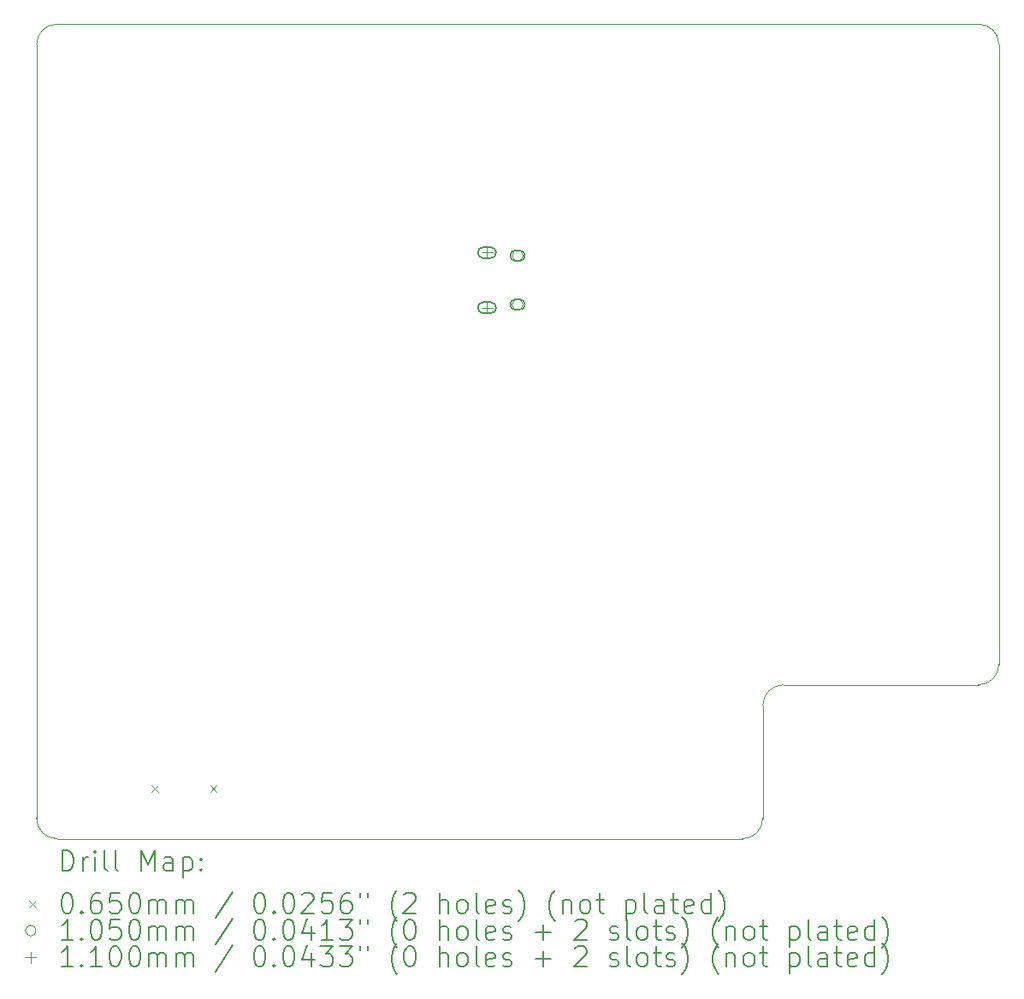
<source format=gbr>
%TF.GenerationSoftware,KiCad,Pcbnew,7.0.8*%
%TF.CreationDate,2023-12-17T13:50:11+01:00*%
%TF.ProjectId,ePaper_timetable,65506170-6572-45f7-9469-6d657461626c,rev?*%
%TF.SameCoordinates,Original*%
%TF.FileFunction,Drillmap*%
%TF.FilePolarity,Positive*%
%FSLAX45Y45*%
G04 Gerber Fmt 4.5, Leading zero omitted, Abs format (unit mm)*
G04 Created by KiCad (PCBNEW 7.0.8) date 2023-12-17 13:50:11*
%MOMM*%
%LPD*%
G01*
G04 APERTURE LIST*
%ADD10C,0.100000*%
%ADD11C,0.200000*%
%ADD12C,0.065000*%
%ADD13C,0.105000*%
%ADD14C,0.110000*%
G04 APERTURE END LIST*
D10*
X16256000Y-8140700D02*
X16256000Y-14274800D01*
X14122400Y-14478000D02*
G75*
G03*
X13919200Y-14681200I0J-203200D01*
G01*
X6934200Y-7937500D02*
G75*
G03*
X6731000Y-8140700I0J-203200D01*
G01*
X13716000Y-16002000D02*
G75*
G03*
X13919200Y-15798800I0J203200D01*
G01*
X16052800Y-14478000D02*
X14122400Y-14478000D01*
X16052800Y-14478000D02*
G75*
G03*
X16256000Y-14274800I0J203200D01*
G01*
X6731000Y-15798800D02*
X6731000Y-8140700D01*
X16256000Y-8140700D02*
G75*
G03*
X16052800Y-7937500I-203200J0D01*
G01*
X13919200Y-14681200D02*
X13919200Y-15798800D01*
X6934200Y-7937500D02*
X16052800Y-7937500D01*
X13716000Y-16002000D02*
X6934200Y-16002000D01*
X6731000Y-15798800D02*
G75*
G03*
X6934200Y-16002000I203200J0D01*
G01*
D11*
D12*
X7870000Y-15474500D02*
X7935000Y-15539500D01*
X7935000Y-15474500D02*
X7870000Y-15539500D01*
X8448000Y-15474500D02*
X8513000Y-15539500D01*
X8513000Y-15474500D02*
X8448000Y-15539500D01*
D13*
X11544500Y-10229900D02*
G75*
G03*
X11544500Y-10229900I-52500J0D01*
G01*
D11*
X11472000Y-10282400D02*
X11512000Y-10282400D01*
X11512000Y-10282400D02*
G75*
G03*
X11512000Y-10177400I0J52500D01*
G01*
X11512000Y-10177400D02*
X11472000Y-10177400D01*
X11472000Y-10177400D02*
G75*
G03*
X11472000Y-10282400I0J-52500D01*
G01*
D13*
X11544500Y-10714900D02*
G75*
G03*
X11544500Y-10714900I-52500J0D01*
G01*
D11*
X11472000Y-10767400D02*
X11512000Y-10767400D01*
X11512000Y-10767400D02*
G75*
G03*
X11512000Y-10662400I0J52500D01*
G01*
X11512000Y-10662400D02*
X11472000Y-10662400D01*
X11472000Y-10662400D02*
G75*
G03*
X11472000Y-10767400I0J-52500D01*
G01*
D14*
X11189000Y-10144900D02*
X11189000Y-10254900D01*
X11134000Y-10199900D02*
X11244000Y-10199900D01*
D11*
X11154000Y-10254900D02*
X11224000Y-10254900D01*
X11224000Y-10254900D02*
G75*
G03*
X11224000Y-10144900I0J55000D01*
G01*
X11224000Y-10144900D02*
X11154000Y-10144900D01*
X11154000Y-10144900D02*
G75*
G03*
X11154000Y-10254900I0J-55000D01*
G01*
D14*
X11189000Y-10689900D02*
X11189000Y-10799900D01*
X11134000Y-10744900D02*
X11244000Y-10744900D01*
D11*
X11154000Y-10799900D02*
X11224000Y-10799900D01*
X11224000Y-10799900D02*
G75*
G03*
X11224000Y-10689900I0J55000D01*
G01*
X11224000Y-10689900D02*
X11154000Y-10689900D01*
X11154000Y-10689900D02*
G75*
G03*
X11154000Y-10799900I0J-55000D01*
G01*
X6986777Y-16318484D02*
X6986777Y-16118484D01*
X6986777Y-16118484D02*
X7034396Y-16118484D01*
X7034396Y-16118484D02*
X7062967Y-16128008D01*
X7062967Y-16128008D02*
X7082015Y-16147055D01*
X7082015Y-16147055D02*
X7091539Y-16166103D01*
X7091539Y-16166103D02*
X7101062Y-16204198D01*
X7101062Y-16204198D02*
X7101062Y-16232769D01*
X7101062Y-16232769D02*
X7091539Y-16270865D01*
X7091539Y-16270865D02*
X7082015Y-16289912D01*
X7082015Y-16289912D02*
X7062967Y-16308960D01*
X7062967Y-16308960D02*
X7034396Y-16318484D01*
X7034396Y-16318484D02*
X6986777Y-16318484D01*
X7186777Y-16318484D02*
X7186777Y-16185150D01*
X7186777Y-16223246D02*
X7196301Y-16204198D01*
X7196301Y-16204198D02*
X7205824Y-16194674D01*
X7205824Y-16194674D02*
X7224872Y-16185150D01*
X7224872Y-16185150D02*
X7243920Y-16185150D01*
X7310586Y-16318484D02*
X7310586Y-16185150D01*
X7310586Y-16118484D02*
X7301062Y-16128008D01*
X7301062Y-16128008D02*
X7310586Y-16137531D01*
X7310586Y-16137531D02*
X7320110Y-16128008D01*
X7320110Y-16128008D02*
X7310586Y-16118484D01*
X7310586Y-16118484D02*
X7310586Y-16137531D01*
X7434396Y-16318484D02*
X7415348Y-16308960D01*
X7415348Y-16308960D02*
X7405824Y-16289912D01*
X7405824Y-16289912D02*
X7405824Y-16118484D01*
X7539158Y-16318484D02*
X7520110Y-16308960D01*
X7520110Y-16308960D02*
X7510586Y-16289912D01*
X7510586Y-16289912D02*
X7510586Y-16118484D01*
X7767729Y-16318484D02*
X7767729Y-16118484D01*
X7767729Y-16118484D02*
X7834396Y-16261341D01*
X7834396Y-16261341D02*
X7901062Y-16118484D01*
X7901062Y-16118484D02*
X7901062Y-16318484D01*
X8082015Y-16318484D02*
X8082015Y-16213722D01*
X8082015Y-16213722D02*
X8072491Y-16194674D01*
X8072491Y-16194674D02*
X8053443Y-16185150D01*
X8053443Y-16185150D02*
X8015348Y-16185150D01*
X8015348Y-16185150D02*
X7996301Y-16194674D01*
X8082015Y-16308960D02*
X8062967Y-16318484D01*
X8062967Y-16318484D02*
X8015348Y-16318484D01*
X8015348Y-16318484D02*
X7996301Y-16308960D01*
X7996301Y-16308960D02*
X7986777Y-16289912D01*
X7986777Y-16289912D02*
X7986777Y-16270865D01*
X7986777Y-16270865D02*
X7996301Y-16251817D01*
X7996301Y-16251817D02*
X8015348Y-16242293D01*
X8015348Y-16242293D02*
X8062967Y-16242293D01*
X8062967Y-16242293D02*
X8082015Y-16232769D01*
X8177253Y-16185150D02*
X8177253Y-16385150D01*
X8177253Y-16194674D02*
X8196301Y-16185150D01*
X8196301Y-16185150D02*
X8234396Y-16185150D01*
X8234396Y-16185150D02*
X8253443Y-16194674D01*
X8253443Y-16194674D02*
X8262967Y-16204198D01*
X8262967Y-16204198D02*
X8272491Y-16223246D01*
X8272491Y-16223246D02*
X8272491Y-16280388D01*
X8272491Y-16280388D02*
X8262967Y-16299436D01*
X8262967Y-16299436D02*
X8253443Y-16308960D01*
X8253443Y-16308960D02*
X8234396Y-16318484D01*
X8234396Y-16318484D02*
X8196301Y-16318484D01*
X8196301Y-16318484D02*
X8177253Y-16308960D01*
X8358205Y-16299436D02*
X8367729Y-16308960D01*
X8367729Y-16308960D02*
X8358205Y-16318484D01*
X8358205Y-16318484D02*
X8348682Y-16308960D01*
X8348682Y-16308960D02*
X8358205Y-16299436D01*
X8358205Y-16299436D02*
X8358205Y-16318484D01*
X8358205Y-16194674D02*
X8367729Y-16204198D01*
X8367729Y-16204198D02*
X8358205Y-16213722D01*
X8358205Y-16213722D02*
X8348682Y-16204198D01*
X8348682Y-16204198D02*
X8358205Y-16194674D01*
X8358205Y-16194674D02*
X8358205Y-16213722D01*
D12*
X6661000Y-16614500D02*
X6726000Y-16679500D01*
X6726000Y-16614500D02*
X6661000Y-16679500D01*
D11*
X7024872Y-16538484D02*
X7043920Y-16538484D01*
X7043920Y-16538484D02*
X7062967Y-16548008D01*
X7062967Y-16548008D02*
X7072491Y-16557531D01*
X7072491Y-16557531D02*
X7082015Y-16576579D01*
X7082015Y-16576579D02*
X7091539Y-16614674D01*
X7091539Y-16614674D02*
X7091539Y-16662293D01*
X7091539Y-16662293D02*
X7082015Y-16700388D01*
X7082015Y-16700388D02*
X7072491Y-16719436D01*
X7072491Y-16719436D02*
X7062967Y-16728960D01*
X7062967Y-16728960D02*
X7043920Y-16738484D01*
X7043920Y-16738484D02*
X7024872Y-16738484D01*
X7024872Y-16738484D02*
X7005824Y-16728960D01*
X7005824Y-16728960D02*
X6996301Y-16719436D01*
X6996301Y-16719436D02*
X6986777Y-16700388D01*
X6986777Y-16700388D02*
X6977253Y-16662293D01*
X6977253Y-16662293D02*
X6977253Y-16614674D01*
X6977253Y-16614674D02*
X6986777Y-16576579D01*
X6986777Y-16576579D02*
X6996301Y-16557531D01*
X6996301Y-16557531D02*
X7005824Y-16548008D01*
X7005824Y-16548008D02*
X7024872Y-16538484D01*
X7177253Y-16719436D02*
X7186777Y-16728960D01*
X7186777Y-16728960D02*
X7177253Y-16738484D01*
X7177253Y-16738484D02*
X7167729Y-16728960D01*
X7167729Y-16728960D02*
X7177253Y-16719436D01*
X7177253Y-16719436D02*
X7177253Y-16738484D01*
X7358205Y-16538484D02*
X7320110Y-16538484D01*
X7320110Y-16538484D02*
X7301062Y-16548008D01*
X7301062Y-16548008D02*
X7291539Y-16557531D01*
X7291539Y-16557531D02*
X7272491Y-16586103D01*
X7272491Y-16586103D02*
X7262967Y-16624198D01*
X7262967Y-16624198D02*
X7262967Y-16700388D01*
X7262967Y-16700388D02*
X7272491Y-16719436D01*
X7272491Y-16719436D02*
X7282015Y-16728960D01*
X7282015Y-16728960D02*
X7301062Y-16738484D01*
X7301062Y-16738484D02*
X7339158Y-16738484D01*
X7339158Y-16738484D02*
X7358205Y-16728960D01*
X7358205Y-16728960D02*
X7367729Y-16719436D01*
X7367729Y-16719436D02*
X7377253Y-16700388D01*
X7377253Y-16700388D02*
X7377253Y-16652769D01*
X7377253Y-16652769D02*
X7367729Y-16633722D01*
X7367729Y-16633722D02*
X7358205Y-16624198D01*
X7358205Y-16624198D02*
X7339158Y-16614674D01*
X7339158Y-16614674D02*
X7301062Y-16614674D01*
X7301062Y-16614674D02*
X7282015Y-16624198D01*
X7282015Y-16624198D02*
X7272491Y-16633722D01*
X7272491Y-16633722D02*
X7262967Y-16652769D01*
X7558205Y-16538484D02*
X7462967Y-16538484D01*
X7462967Y-16538484D02*
X7453443Y-16633722D01*
X7453443Y-16633722D02*
X7462967Y-16624198D01*
X7462967Y-16624198D02*
X7482015Y-16614674D01*
X7482015Y-16614674D02*
X7529634Y-16614674D01*
X7529634Y-16614674D02*
X7548682Y-16624198D01*
X7548682Y-16624198D02*
X7558205Y-16633722D01*
X7558205Y-16633722D02*
X7567729Y-16652769D01*
X7567729Y-16652769D02*
X7567729Y-16700388D01*
X7567729Y-16700388D02*
X7558205Y-16719436D01*
X7558205Y-16719436D02*
X7548682Y-16728960D01*
X7548682Y-16728960D02*
X7529634Y-16738484D01*
X7529634Y-16738484D02*
X7482015Y-16738484D01*
X7482015Y-16738484D02*
X7462967Y-16728960D01*
X7462967Y-16728960D02*
X7453443Y-16719436D01*
X7691539Y-16538484D02*
X7710586Y-16538484D01*
X7710586Y-16538484D02*
X7729634Y-16548008D01*
X7729634Y-16548008D02*
X7739158Y-16557531D01*
X7739158Y-16557531D02*
X7748682Y-16576579D01*
X7748682Y-16576579D02*
X7758205Y-16614674D01*
X7758205Y-16614674D02*
X7758205Y-16662293D01*
X7758205Y-16662293D02*
X7748682Y-16700388D01*
X7748682Y-16700388D02*
X7739158Y-16719436D01*
X7739158Y-16719436D02*
X7729634Y-16728960D01*
X7729634Y-16728960D02*
X7710586Y-16738484D01*
X7710586Y-16738484D02*
X7691539Y-16738484D01*
X7691539Y-16738484D02*
X7672491Y-16728960D01*
X7672491Y-16728960D02*
X7662967Y-16719436D01*
X7662967Y-16719436D02*
X7653443Y-16700388D01*
X7653443Y-16700388D02*
X7643920Y-16662293D01*
X7643920Y-16662293D02*
X7643920Y-16614674D01*
X7643920Y-16614674D02*
X7653443Y-16576579D01*
X7653443Y-16576579D02*
X7662967Y-16557531D01*
X7662967Y-16557531D02*
X7672491Y-16548008D01*
X7672491Y-16548008D02*
X7691539Y-16538484D01*
X7843920Y-16738484D02*
X7843920Y-16605150D01*
X7843920Y-16624198D02*
X7853443Y-16614674D01*
X7853443Y-16614674D02*
X7872491Y-16605150D01*
X7872491Y-16605150D02*
X7901063Y-16605150D01*
X7901063Y-16605150D02*
X7920110Y-16614674D01*
X7920110Y-16614674D02*
X7929634Y-16633722D01*
X7929634Y-16633722D02*
X7929634Y-16738484D01*
X7929634Y-16633722D02*
X7939158Y-16614674D01*
X7939158Y-16614674D02*
X7958205Y-16605150D01*
X7958205Y-16605150D02*
X7986777Y-16605150D01*
X7986777Y-16605150D02*
X8005824Y-16614674D01*
X8005824Y-16614674D02*
X8015348Y-16633722D01*
X8015348Y-16633722D02*
X8015348Y-16738484D01*
X8110586Y-16738484D02*
X8110586Y-16605150D01*
X8110586Y-16624198D02*
X8120110Y-16614674D01*
X8120110Y-16614674D02*
X8139158Y-16605150D01*
X8139158Y-16605150D02*
X8167729Y-16605150D01*
X8167729Y-16605150D02*
X8186777Y-16614674D01*
X8186777Y-16614674D02*
X8196301Y-16633722D01*
X8196301Y-16633722D02*
X8196301Y-16738484D01*
X8196301Y-16633722D02*
X8205824Y-16614674D01*
X8205824Y-16614674D02*
X8224872Y-16605150D01*
X8224872Y-16605150D02*
X8253443Y-16605150D01*
X8253443Y-16605150D02*
X8272491Y-16614674D01*
X8272491Y-16614674D02*
X8282015Y-16633722D01*
X8282015Y-16633722D02*
X8282015Y-16738484D01*
X8672491Y-16528960D02*
X8501063Y-16786103D01*
X8929634Y-16538484D02*
X8948682Y-16538484D01*
X8948682Y-16538484D02*
X8967729Y-16548008D01*
X8967729Y-16548008D02*
X8977253Y-16557531D01*
X8977253Y-16557531D02*
X8986777Y-16576579D01*
X8986777Y-16576579D02*
X8996301Y-16614674D01*
X8996301Y-16614674D02*
X8996301Y-16662293D01*
X8996301Y-16662293D02*
X8986777Y-16700388D01*
X8986777Y-16700388D02*
X8977253Y-16719436D01*
X8977253Y-16719436D02*
X8967729Y-16728960D01*
X8967729Y-16728960D02*
X8948682Y-16738484D01*
X8948682Y-16738484D02*
X8929634Y-16738484D01*
X8929634Y-16738484D02*
X8910587Y-16728960D01*
X8910587Y-16728960D02*
X8901063Y-16719436D01*
X8901063Y-16719436D02*
X8891539Y-16700388D01*
X8891539Y-16700388D02*
X8882015Y-16662293D01*
X8882015Y-16662293D02*
X8882015Y-16614674D01*
X8882015Y-16614674D02*
X8891539Y-16576579D01*
X8891539Y-16576579D02*
X8901063Y-16557531D01*
X8901063Y-16557531D02*
X8910587Y-16548008D01*
X8910587Y-16548008D02*
X8929634Y-16538484D01*
X9082015Y-16719436D02*
X9091539Y-16728960D01*
X9091539Y-16728960D02*
X9082015Y-16738484D01*
X9082015Y-16738484D02*
X9072491Y-16728960D01*
X9072491Y-16728960D02*
X9082015Y-16719436D01*
X9082015Y-16719436D02*
X9082015Y-16738484D01*
X9215348Y-16538484D02*
X9234396Y-16538484D01*
X9234396Y-16538484D02*
X9253444Y-16548008D01*
X9253444Y-16548008D02*
X9262968Y-16557531D01*
X9262968Y-16557531D02*
X9272491Y-16576579D01*
X9272491Y-16576579D02*
X9282015Y-16614674D01*
X9282015Y-16614674D02*
X9282015Y-16662293D01*
X9282015Y-16662293D02*
X9272491Y-16700388D01*
X9272491Y-16700388D02*
X9262968Y-16719436D01*
X9262968Y-16719436D02*
X9253444Y-16728960D01*
X9253444Y-16728960D02*
X9234396Y-16738484D01*
X9234396Y-16738484D02*
X9215348Y-16738484D01*
X9215348Y-16738484D02*
X9196301Y-16728960D01*
X9196301Y-16728960D02*
X9186777Y-16719436D01*
X9186777Y-16719436D02*
X9177253Y-16700388D01*
X9177253Y-16700388D02*
X9167729Y-16662293D01*
X9167729Y-16662293D02*
X9167729Y-16614674D01*
X9167729Y-16614674D02*
X9177253Y-16576579D01*
X9177253Y-16576579D02*
X9186777Y-16557531D01*
X9186777Y-16557531D02*
X9196301Y-16548008D01*
X9196301Y-16548008D02*
X9215348Y-16538484D01*
X9358206Y-16557531D02*
X9367729Y-16548008D01*
X9367729Y-16548008D02*
X9386777Y-16538484D01*
X9386777Y-16538484D02*
X9434396Y-16538484D01*
X9434396Y-16538484D02*
X9453444Y-16548008D01*
X9453444Y-16548008D02*
X9462968Y-16557531D01*
X9462968Y-16557531D02*
X9472491Y-16576579D01*
X9472491Y-16576579D02*
X9472491Y-16595627D01*
X9472491Y-16595627D02*
X9462968Y-16624198D01*
X9462968Y-16624198D02*
X9348682Y-16738484D01*
X9348682Y-16738484D02*
X9472491Y-16738484D01*
X9653444Y-16538484D02*
X9558206Y-16538484D01*
X9558206Y-16538484D02*
X9548682Y-16633722D01*
X9548682Y-16633722D02*
X9558206Y-16624198D01*
X9558206Y-16624198D02*
X9577253Y-16614674D01*
X9577253Y-16614674D02*
X9624872Y-16614674D01*
X9624872Y-16614674D02*
X9643920Y-16624198D01*
X9643920Y-16624198D02*
X9653444Y-16633722D01*
X9653444Y-16633722D02*
X9662968Y-16652769D01*
X9662968Y-16652769D02*
X9662968Y-16700388D01*
X9662968Y-16700388D02*
X9653444Y-16719436D01*
X9653444Y-16719436D02*
X9643920Y-16728960D01*
X9643920Y-16728960D02*
X9624872Y-16738484D01*
X9624872Y-16738484D02*
X9577253Y-16738484D01*
X9577253Y-16738484D02*
X9558206Y-16728960D01*
X9558206Y-16728960D02*
X9548682Y-16719436D01*
X9834396Y-16538484D02*
X9796301Y-16538484D01*
X9796301Y-16538484D02*
X9777253Y-16548008D01*
X9777253Y-16548008D02*
X9767729Y-16557531D01*
X9767729Y-16557531D02*
X9748682Y-16586103D01*
X9748682Y-16586103D02*
X9739158Y-16624198D01*
X9739158Y-16624198D02*
X9739158Y-16700388D01*
X9739158Y-16700388D02*
X9748682Y-16719436D01*
X9748682Y-16719436D02*
X9758206Y-16728960D01*
X9758206Y-16728960D02*
X9777253Y-16738484D01*
X9777253Y-16738484D02*
X9815349Y-16738484D01*
X9815349Y-16738484D02*
X9834396Y-16728960D01*
X9834396Y-16728960D02*
X9843920Y-16719436D01*
X9843920Y-16719436D02*
X9853444Y-16700388D01*
X9853444Y-16700388D02*
X9853444Y-16652769D01*
X9853444Y-16652769D02*
X9843920Y-16633722D01*
X9843920Y-16633722D02*
X9834396Y-16624198D01*
X9834396Y-16624198D02*
X9815349Y-16614674D01*
X9815349Y-16614674D02*
X9777253Y-16614674D01*
X9777253Y-16614674D02*
X9758206Y-16624198D01*
X9758206Y-16624198D02*
X9748682Y-16633722D01*
X9748682Y-16633722D02*
X9739158Y-16652769D01*
X9929634Y-16538484D02*
X9929634Y-16576579D01*
X10005825Y-16538484D02*
X10005825Y-16576579D01*
X10301063Y-16814674D02*
X10291539Y-16805150D01*
X10291539Y-16805150D02*
X10272491Y-16776579D01*
X10272491Y-16776579D02*
X10262968Y-16757531D01*
X10262968Y-16757531D02*
X10253444Y-16728960D01*
X10253444Y-16728960D02*
X10243920Y-16681341D01*
X10243920Y-16681341D02*
X10243920Y-16643246D01*
X10243920Y-16643246D02*
X10253444Y-16595627D01*
X10253444Y-16595627D02*
X10262968Y-16567055D01*
X10262968Y-16567055D02*
X10272491Y-16548008D01*
X10272491Y-16548008D02*
X10291539Y-16519436D01*
X10291539Y-16519436D02*
X10301063Y-16509912D01*
X10367730Y-16557531D02*
X10377253Y-16548008D01*
X10377253Y-16548008D02*
X10396301Y-16538484D01*
X10396301Y-16538484D02*
X10443920Y-16538484D01*
X10443920Y-16538484D02*
X10462968Y-16548008D01*
X10462968Y-16548008D02*
X10472491Y-16557531D01*
X10472491Y-16557531D02*
X10482015Y-16576579D01*
X10482015Y-16576579D02*
X10482015Y-16595627D01*
X10482015Y-16595627D02*
X10472491Y-16624198D01*
X10472491Y-16624198D02*
X10358206Y-16738484D01*
X10358206Y-16738484D02*
X10482015Y-16738484D01*
X10720111Y-16738484D02*
X10720111Y-16538484D01*
X10805825Y-16738484D02*
X10805825Y-16633722D01*
X10805825Y-16633722D02*
X10796301Y-16614674D01*
X10796301Y-16614674D02*
X10777253Y-16605150D01*
X10777253Y-16605150D02*
X10748682Y-16605150D01*
X10748682Y-16605150D02*
X10729634Y-16614674D01*
X10729634Y-16614674D02*
X10720111Y-16624198D01*
X10929634Y-16738484D02*
X10910587Y-16728960D01*
X10910587Y-16728960D02*
X10901063Y-16719436D01*
X10901063Y-16719436D02*
X10891539Y-16700388D01*
X10891539Y-16700388D02*
X10891539Y-16643246D01*
X10891539Y-16643246D02*
X10901063Y-16624198D01*
X10901063Y-16624198D02*
X10910587Y-16614674D01*
X10910587Y-16614674D02*
X10929634Y-16605150D01*
X10929634Y-16605150D02*
X10958206Y-16605150D01*
X10958206Y-16605150D02*
X10977253Y-16614674D01*
X10977253Y-16614674D02*
X10986777Y-16624198D01*
X10986777Y-16624198D02*
X10996301Y-16643246D01*
X10996301Y-16643246D02*
X10996301Y-16700388D01*
X10996301Y-16700388D02*
X10986777Y-16719436D01*
X10986777Y-16719436D02*
X10977253Y-16728960D01*
X10977253Y-16728960D02*
X10958206Y-16738484D01*
X10958206Y-16738484D02*
X10929634Y-16738484D01*
X11110587Y-16738484D02*
X11091539Y-16728960D01*
X11091539Y-16728960D02*
X11082015Y-16709912D01*
X11082015Y-16709912D02*
X11082015Y-16538484D01*
X11262968Y-16728960D02*
X11243920Y-16738484D01*
X11243920Y-16738484D02*
X11205825Y-16738484D01*
X11205825Y-16738484D02*
X11186777Y-16728960D01*
X11186777Y-16728960D02*
X11177253Y-16709912D01*
X11177253Y-16709912D02*
X11177253Y-16633722D01*
X11177253Y-16633722D02*
X11186777Y-16614674D01*
X11186777Y-16614674D02*
X11205825Y-16605150D01*
X11205825Y-16605150D02*
X11243920Y-16605150D01*
X11243920Y-16605150D02*
X11262968Y-16614674D01*
X11262968Y-16614674D02*
X11272491Y-16633722D01*
X11272491Y-16633722D02*
X11272491Y-16652769D01*
X11272491Y-16652769D02*
X11177253Y-16671817D01*
X11348682Y-16728960D02*
X11367730Y-16738484D01*
X11367730Y-16738484D02*
X11405825Y-16738484D01*
X11405825Y-16738484D02*
X11424872Y-16728960D01*
X11424872Y-16728960D02*
X11434396Y-16709912D01*
X11434396Y-16709912D02*
X11434396Y-16700388D01*
X11434396Y-16700388D02*
X11424872Y-16681341D01*
X11424872Y-16681341D02*
X11405825Y-16671817D01*
X11405825Y-16671817D02*
X11377253Y-16671817D01*
X11377253Y-16671817D02*
X11358206Y-16662293D01*
X11358206Y-16662293D02*
X11348682Y-16643246D01*
X11348682Y-16643246D02*
X11348682Y-16633722D01*
X11348682Y-16633722D02*
X11358206Y-16614674D01*
X11358206Y-16614674D02*
X11377253Y-16605150D01*
X11377253Y-16605150D02*
X11405825Y-16605150D01*
X11405825Y-16605150D02*
X11424872Y-16614674D01*
X11501063Y-16814674D02*
X11510587Y-16805150D01*
X11510587Y-16805150D02*
X11529634Y-16776579D01*
X11529634Y-16776579D02*
X11539158Y-16757531D01*
X11539158Y-16757531D02*
X11548682Y-16728960D01*
X11548682Y-16728960D02*
X11558206Y-16681341D01*
X11558206Y-16681341D02*
X11558206Y-16643246D01*
X11558206Y-16643246D02*
X11548682Y-16595627D01*
X11548682Y-16595627D02*
X11539158Y-16567055D01*
X11539158Y-16567055D02*
X11529634Y-16548008D01*
X11529634Y-16548008D02*
X11510587Y-16519436D01*
X11510587Y-16519436D02*
X11501063Y-16509912D01*
X11862968Y-16814674D02*
X11853444Y-16805150D01*
X11853444Y-16805150D02*
X11834396Y-16776579D01*
X11834396Y-16776579D02*
X11824872Y-16757531D01*
X11824872Y-16757531D02*
X11815349Y-16728960D01*
X11815349Y-16728960D02*
X11805825Y-16681341D01*
X11805825Y-16681341D02*
X11805825Y-16643246D01*
X11805825Y-16643246D02*
X11815349Y-16595627D01*
X11815349Y-16595627D02*
X11824872Y-16567055D01*
X11824872Y-16567055D02*
X11834396Y-16548008D01*
X11834396Y-16548008D02*
X11853444Y-16519436D01*
X11853444Y-16519436D02*
X11862968Y-16509912D01*
X11939158Y-16605150D02*
X11939158Y-16738484D01*
X11939158Y-16624198D02*
X11948682Y-16614674D01*
X11948682Y-16614674D02*
X11967730Y-16605150D01*
X11967730Y-16605150D02*
X11996301Y-16605150D01*
X11996301Y-16605150D02*
X12015349Y-16614674D01*
X12015349Y-16614674D02*
X12024872Y-16633722D01*
X12024872Y-16633722D02*
X12024872Y-16738484D01*
X12148682Y-16738484D02*
X12129634Y-16728960D01*
X12129634Y-16728960D02*
X12120111Y-16719436D01*
X12120111Y-16719436D02*
X12110587Y-16700388D01*
X12110587Y-16700388D02*
X12110587Y-16643246D01*
X12110587Y-16643246D02*
X12120111Y-16624198D01*
X12120111Y-16624198D02*
X12129634Y-16614674D01*
X12129634Y-16614674D02*
X12148682Y-16605150D01*
X12148682Y-16605150D02*
X12177253Y-16605150D01*
X12177253Y-16605150D02*
X12196301Y-16614674D01*
X12196301Y-16614674D02*
X12205825Y-16624198D01*
X12205825Y-16624198D02*
X12215349Y-16643246D01*
X12215349Y-16643246D02*
X12215349Y-16700388D01*
X12215349Y-16700388D02*
X12205825Y-16719436D01*
X12205825Y-16719436D02*
X12196301Y-16728960D01*
X12196301Y-16728960D02*
X12177253Y-16738484D01*
X12177253Y-16738484D02*
X12148682Y-16738484D01*
X12272492Y-16605150D02*
X12348682Y-16605150D01*
X12301063Y-16538484D02*
X12301063Y-16709912D01*
X12301063Y-16709912D02*
X12310587Y-16728960D01*
X12310587Y-16728960D02*
X12329634Y-16738484D01*
X12329634Y-16738484D02*
X12348682Y-16738484D01*
X12567730Y-16605150D02*
X12567730Y-16805150D01*
X12567730Y-16614674D02*
X12586777Y-16605150D01*
X12586777Y-16605150D02*
X12624873Y-16605150D01*
X12624873Y-16605150D02*
X12643920Y-16614674D01*
X12643920Y-16614674D02*
X12653444Y-16624198D01*
X12653444Y-16624198D02*
X12662968Y-16643246D01*
X12662968Y-16643246D02*
X12662968Y-16700388D01*
X12662968Y-16700388D02*
X12653444Y-16719436D01*
X12653444Y-16719436D02*
X12643920Y-16728960D01*
X12643920Y-16728960D02*
X12624873Y-16738484D01*
X12624873Y-16738484D02*
X12586777Y-16738484D01*
X12586777Y-16738484D02*
X12567730Y-16728960D01*
X12777253Y-16738484D02*
X12758206Y-16728960D01*
X12758206Y-16728960D02*
X12748682Y-16709912D01*
X12748682Y-16709912D02*
X12748682Y-16538484D01*
X12939158Y-16738484D02*
X12939158Y-16633722D01*
X12939158Y-16633722D02*
X12929634Y-16614674D01*
X12929634Y-16614674D02*
X12910587Y-16605150D01*
X12910587Y-16605150D02*
X12872492Y-16605150D01*
X12872492Y-16605150D02*
X12853444Y-16614674D01*
X12939158Y-16728960D02*
X12920111Y-16738484D01*
X12920111Y-16738484D02*
X12872492Y-16738484D01*
X12872492Y-16738484D02*
X12853444Y-16728960D01*
X12853444Y-16728960D02*
X12843920Y-16709912D01*
X12843920Y-16709912D02*
X12843920Y-16690865D01*
X12843920Y-16690865D02*
X12853444Y-16671817D01*
X12853444Y-16671817D02*
X12872492Y-16662293D01*
X12872492Y-16662293D02*
X12920111Y-16662293D01*
X12920111Y-16662293D02*
X12939158Y-16652769D01*
X13005825Y-16605150D02*
X13082015Y-16605150D01*
X13034396Y-16538484D02*
X13034396Y-16709912D01*
X13034396Y-16709912D02*
X13043920Y-16728960D01*
X13043920Y-16728960D02*
X13062968Y-16738484D01*
X13062968Y-16738484D02*
X13082015Y-16738484D01*
X13224873Y-16728960D02*
X13205825Y-16738484D01*
X13205825Y-16738484D02*
X13167730Y-16738484D01*
X13167730Y-16738484D02*
X13148682Y-16728960D01*
X13148682Y-16728960D02*
X13139158Y-16709912D01*
X13139158Y-16709912D02*
X13139158Y-16633722D01*
X13139158Y-16633722D02*
X13148682Y-16614674D01*
X13148682Y-16614674D02*
X13167730Y-16605150D01*
X13167730Y-16605150D02*
X13205825Y-16605150D01*
X13205825Y-16605150D02*
X13224873Y-16614674D01*
X13224873Y-16614674D02*
X13234396Y-16633722D01*
X13234396Y-16633722D02*
X13234396Y-16652769D01*
X13234396Y-16652769D02*
X13139158Y-16671817D01*
X13405825Y-16738484D02*
X13405825Y-16538484D01*
X13405825Y-16728960D02*
X13386777Y-16738484D01*
X13386777Y-16738484D02*
X13348682Y-16738484D01*
X13348682Y-16738484D02*
X13329634Y-16728960D01*
X13329634Y-16728960D02*
X13320111Y-16719436D01*
X13320111Y-16719436D02*
X13310587Y-16700388D01*
X13310587Y-16700388D02*
X13310587Y-16643246D01*
X13310587Y-16643246D02*
X13320111Y-16624198D01*
X13320111Y-16624198D02*
X13329634Y-16614674D01*
X13329634Y-16614674D02*
X13348682Y-16605150D01*
X13348682Y-16605150D02*
X13386777Y-16605150D01*
X13386777Y-16605150D02*
X13405825Y-16614674D01*
X13482015Y-16814674D02*
X13491539Y-16805150D01*
X13491539Y-16805150D02*
X13510587Y-16776579D01*
X13510587Y-16776579D02*
X13520111Y-16757531D01*
X13520111Y-16757531D02*
X13529634Y-16728960D01*
X13529634Y-16728960D02*
X13539158Y-16681341D01*
X13539158Y-16681341D02*
X13539158Y-16643246D01*
X13539158Y-16643246D02*
X13529634Y-16595627D01*
X13529634Y-16595627D02*
X13520111Y-16567055D01*
X13520111Y-16567055D02*
X13510587Y-16548008D01*
X13510587Y-16548008D02*
X13491539Y-16519436D01*
X13491539Y-16519436D02*
X13482015Y-16509912D01*
D13*
X6726000Y-16911000D02*
G75*
G03*
X6726000Y-16911000I-52500J0D01*
G01*
D11*
X7091539Y-17002484D02*
X6977253Y-17002484D01*
X7034396Y-17002484D02*
X7034396Y-16802484D01*
X7034396Y-16802484D02*
X7015348Y-16831055D01*
X7015348Y-16831055D02*
X6996301Y-16850103D01*
X6996301Y-16850103D02*
X6977253Y-16859627D01*
X7177253Y-16983436D02*
X7186777Y-16992960D01*
X7186777Y-16992960D02*
X7177253Y-17002484D01*
X7177253Y-17002484D02*
X7167729Y-16992960D01*
X7167729Y-16992960D02*
X7177253Y-16983436D01*
X7177253Y-16983436D02*
X7177253Y-17002484D01*
X7310586Y-16802484D02*
X7329634Y-16802484D01*
X7329634Y-16802484D02*
X7348682Y-16812008D01*
X7348682Y-16812008D02*
X7358205Y-16821531D01*
X7358205Y-16821531D02*
X7367729Y-16840579D01*
X7367729Y-16840579D02*
X7377253Y-16878674D01*
X7377253Y-16878674D02*
X7377253Y-16926293D01*
X7377253Y-16926293D02*
X7367729Y-16964389D01*
X7367729Y-16964389D02*
X7358205Y-16983436D01*
X7358205Y-16983436D02*
X7348682Y-16992960D01*
X7348682Y-16992960D02*
X7329634Y-17002484D01*
X7329634Y-17002484D02*
X7310586Y-17002484D01*
X7310586Y-17002484D02*
X7291539Y-16992960D01*
X7291539Y-16992960D02*
X7282015Y-16983436D01*
X7282015Y-16983436D02*
X7272491Y-16964389D01*
X7272491Y-16964389D02*
X7262967Y-16926293D01*
X7262967Y-16926293D02*
X7262967Y-16878674D01*
X7262967Y-16878674D02*
X7272491Y-16840579D01*
X7272491Y-16840579D02*
X7282015Y-16821531D01*
X7282015Y-16821531D02*
X7291539Y-16812008D01*
X7291539Y-16812008D02*
X7310586Y-16802484D01*
X7558205Y-16802484D02*
X7462967Y-16802484D01*
X7462967Y-16802484D02*
X7453443Y-16897722D01*
X7453443Y-16897722D02*
X7462967Y-16888198D01*
X7462967Y-16888198D02*
X7482015Y-16878674D01*
X7482015Y-16878674D02*
X7529634Y-16878674D01*
X7529634Y-16878674D02*
X7548682Y-16888198D01*
X7548682Y-16888198D02*
X7558205Y-16897722D01*
X7558205Y-16897722D02*
X7567729Y-16916770D01*
X7567729Y-16916770D02*
X7567729Y-16964389D01*
X7567729Y-16964389D02*
X7558205Y-16983436D01*
X7558205Y-16983436D02*
X7548682Y-16992960D01*
X7548682Y-16992960D02*
X7529634Y-17002484D01*
X7529634Y-17002484D02*
X7482015Y-17002484D01*
X7482015Y-17002484D02*
X7462967Y-16992960D01*
X7462967Y-16992960D02*
X7453443Y-16983436D01*
X7691539Y-16802484D02*
X7710586Y-16802484D01*
X7710586Y-16802484D02*
X7729634Y-16812008D01*
X7729634Y-16812008D02*
X7739158Y-16821531D01*
X7739158Y-16821531D02*
X7748682Y-16840579D01*
X7748682Y-16840579D02*
X7758205Y-16878674D01*
X7758205Y-16878674D02*
X7758205Y-16926293D01*
X7758205Y-16926293D02*
X7748682Y-16964389D01*
X7748682Y-16964389D02*
X7739158Y-16983436D01*
X7739158Y-16983436D02*
X7729634Y-16992960D01*
X7729634Y-16992960D02*
X7710586Y-17002484D01*
X7710586Y-17002484D02*
X7691539Y-17002484D01*
X7691539Y-17002484D02*
X7672491Y-16992960D01*
X7672491Y-16992960D02*
X7662967Y-16983436D01*
X7662967Y-16983436D02*
X7653443Y-16964389D01*
X7653443Y-16964389D02*
X7643920Y-16926293D01*
X7643920Y-16926293D02*
X7643920Y-16878674D01*
X7643920Y-16878674D02*
X7653443Y-16840579D01*
X7653443Y-16840579D02*
X7662967Y-16821531D01*
X7662967Y-16821531D02*
X7672491Y-16812008D01*
X7672491Y-16812008D02*
X7691539Y-16802484D01*
X7843920Y-17002484D02*
X7843920Y-16869150D01*
X7843920Y-16888198D02*
X7853443Y-16878674D01*
X7853443Y-16878674D02*
X7872491Y-16869150D01*
X7872491Y-16869150D02*
X7901063Y-16869150D01*
X7901063Y-16869150D02*
X7920110Y-16878674D01*
X7920110Y-16878674D02*
X7929634Y-16897722D01*
X7929634Y-16897722D02*
X7929634Y-17002484D01*
X7929634Y-16897722D02*
X7939158Y-16878674D01*
X7939158Y-16878674D02*
X7958205Y-16869150D01*
X7958205Y-16869150D02*
X7986777Y-16869150D01*
X7986777Y-16869150D02*
X8005824Y-16878674D01*
X8005824Y-16878674D02*
X8015348Y-16897722D01*
X8015348Y-16897722D02*
X8015348Y-17002484D01*
X8110586Y-17002484D02*
X8110586Y-16869150D01*
X8110586Y-16888198D02*
X8120110Y-16878674D01*
X8120110Y-16878674D02*
X8139158Y-16869150D01*
X8139158Y-16869150D02*
X8167729Y-16869150D01*
X8167729Y-16869150D02*
X8186777Y-16878674D01*
X8186777Y-16878674D02*
X8196301Y-16897722D01*
X8196301Y-16897722D02*
X8196301Y-17002484D01*
X8196301Y-16897722D02*
X8205824Y-16878674D01*
X8205824Y-16878674D02*
X8224872Y-16869150D01*
X8224872Y-16869150D02*
X8253443Y-16869150D01*
X8253443Y-16869150D02*
X8272491Y-16878674D01*
X8272491Y-16878674D02*
X8282015Y-16897722D01*
X8282015Y-16897722D02*
X8282015Y-17002484D01*
X8672491Y-16792960D02*
X8501063Y-17050103D01*
X8929634Y-16802484D02*
X8948682Y-16802484D01*
X8948682Y-16802484D02*
X8967729Y-16812008D01*
X8967729Y-16812008D02*
X8977253Y-16821531D01*
X8977253Y-16821531D02*
X8986777Y-16840579D01*
X8986777Y-16840579D02*
X8996301Y-16878674D01*
X8996301Y-16878674D02*
X8996301Y-16926293D01*
X8996301Y-16926293D02*
X8986777Y-16964389D01*
X8986777Y-16964389D02*
X8977253Y-16983436D01*
X8977253Y-16983436D02*
X8967729Y-16992960D01*
X8967729Y-16992960D02*
X8948682Y-17002484D01*
X8948682Y-17002484D02*
X8929634Y-17002484D01*
X8929634Y-17002484D02*
X8910587Y-16992960D01*
X8910587Y-16992960D02*
X8901063Y-16983436D01*
X8901063Y-16983436D02*
X8891539Y-16964389D01*
X8891539Y-16964389D02*
X8882015Y-16926293D01*
X8882015Y-16926293D02*
X8882015Y-16878674D01*
X8882015Y-16878674D02*
X8891539Y-16840579D01*
X8891539Y-16840579D02*
X8901063Y-16821531D01*
X8901063Y-16821531D02*
X8910587Y-16812008D01*
X8910587Y-16812008D02*
X8929634Y-16802484D01*
X9082015Y-16983436D02*
X9091539Y-16992960D01*
X9091539Y-16992960D02*
X9082015Y-17002484D01*
X9082015Y-17002484D02*
X9072491Y-16992960D01*
X9072491Y-16992960D02*
X9082015Y-16983436D01*
X9082015Y-16983436D02*
X9082015Y-17002484D01*
X9215348Y-16802484D02*
X9234396Y-16802484D01*
X9234396Y-16802484D02*
X9253444Y-16812008D01*
X9253444Y-16812008D02*
X9262968Y-16821531D01*
X9262968Y-16821531D02*
X9272491Y-16840579D01*
X9272491Y-16840579D02*
X9282015Y-16878674D01*
X9282015Y-16878674D02*
X9282015Y-16926293D01*
X9282015Y-16926293D02*
X9272491Y-16964389D01*
X9272491Y-16964389D02*
X9262968Y-16983436D01*
X9262968Y-16983436D02*
X9253444Y-16992960D01*
X9253444Y-16992960D02*
X9234396Y-17002484D01*
X9234396Y-17002484D02*
X9215348Y-17002484D01*
X9215348Y-17002484D02*
X9196301Y-16992960D01*
X9196301Y-16992960D02*
X9186777Y-16983436D01*
X9186777Y-16983436D02*
X9177253Y-16964389D01*
X9177253Y-16964389D02*
X9167729Y-16926293D01*
X9167729Y-16926293D02*
X9167729Y-16878674D01*
X9167729Y-16878674D02*
X9177253Y-16840579D01*
X9177253Y-16840579D02*
X9186777Y-16821531D01*
X9186777Y-16821531D02*
X9196301Y-16812008D01*
X9196301Y-16812008D02*
X9215348Y-16802484D01*
X9453444Y-16869150D02*
X9453444Y-17002484D01*
X9405825Y-16792960D02*
X9358206Y-16935817D01*
X9358206Y-16935817D02*
X9482015Y-16935817D01*
X9662968Y-17002484D02*
X9548682Y-17002484D01*
X9605825Y-17002484D02*
X9605825Y-16802484D01*
X9605825Y-16802484D02*
X9586777Y-16831055D01*
X9586777Y-16831055D02*
X9567729Y-16850103D01*
X9567729Y-16850103D02*
X9548682Y-16859627D01*
X9729634Y-16802484D02*
X9853444Y-16802484D01*
X9853444Y-16802484D02*
X9786777Y-16878674D01*
X9786777Y-16878674D02*
X9815349Y-16878674D01*
X9815349Y-16878674D02*
X9834396Y-16888198D01*
X9834396Y-16888198D02*
X9843920Y-16897722D01*
X9843920Y-16897722D02*
X9853444Y-16916770D01*
X9853444Y-16916770D02*
X9853444Y-16964389D01*
X9853444Y-16964389D02*
X9843920Y-16983436D01*
X9843920Y-16983436D02*
X9834396Y-16992960D01*
X9834396Y-16992960D02*
X9815349Y-17002484D01*
X9815349Y-17002484D02*
X9758206Y-17002484D01*
X9758206Y-17002484D02*
X9739158Y-16992960D01*
X9739158Y-16992960D02*
X9729634Y-16983436D01*
X9929634Y-16802484D02*
X9929634Y-16840579D01*
X10005825Y-16802484D02*
X10005825Y-16840579D01*
X10301063Y-17078674D02*
X10291539Y-17069150D01*
X10291539Y-17069150D02*
X10272491Y-17040579D01*
X10272491Y-17040579D02*
X10262968Y-17021531D01*
X10262968Y-17021531D02*
X10253444Y-16992960D01*
X10253444Y-16992960D02*
X10243920Y-16945341D01*
X10243920Y-16945341D02*
X10243920Y-16907246D01*
X10243920Y-16907246D02*
X10253444Y-16859627D01*
X10253444Y-16859627D02*
X10262968Y-16831055D01*
X10262968Y-16831055D02*
X10272491Y-16812008D01*
X10272491Y-16812008D02*
X10291539Y-16783436D01*
X10291539Y-16783436D02*
X10301063Y-16773912D01*
X10415349Y-16802484D02*
X10434396Y-16802484D01*
X10434396Y-16802484D02*
X10453444Y-16812008D01*
X10453444Y-16812008D02*
X10462968Y-16821531D01*
X10462968Y-16821531D02*
X10472491Y-16840579D01*
X10472491Y-16840579D02*
X10482015Y-16878674D01*
X10482015Y-16878674D02*
X10482015Y-16926293D01*
X10482015Y-16926293D02*
X10472491Y-16964389D01*
X10472491Y-16964389D02*
X10462968Y-16983436D01*
X10462968Y-16983436D02*
X10453444Y-16992960D01*
X10453444Y-16992960D02*
X10434396Y-17002484D01*
X10434396Y-17002484D02*
X10415349Y-17002484D01*
X10415349Y-17002484D02*
X10396301Y-16992960D01*
X10396301Y-16992960D02*
X10386777Y-16983436D01*
X10386777Y-16983436D02*
X10377253Y-16964389D01*
X10377253Y-16964389D02*
X10367730Y-16926293D01*
X10367730Y-16926293D02*
X10367730Y-16878674D01*
X10367730Y-16878674D02*
X10377253Y-16840579D01*
X10377253Y-16840579D02*
X10386777Y-16821531D01*
X10386777Y-16821531D02*
X10396301Y-16812008D01*
X10396301Y-16812008D02*
X10415349Y-16802484D01*
X10720111Y-17002484D02*
X10720111Y-16802484D01*
X10805825Y-17002484D02*
X10805825Y-16897722D01*
X10805825Y-16897722D02*
X10796301Y-16878674D01*
X10796301Y-16878674D02*
X10777253Y-16869150D01*
X10777253Y-16869150D02*
X10748682Y-16869150D01*
X10748682Y-16869150D02*
X10729634Y-16878674D01*
X10729634Y-16878674D02*
X10720111Y-16888198D01*
X10929634Y-17002484D02*
X10910587Y-16992960D01*
X10910587Y-16992960D02*
X10901063Y-16983436D01*
X10901063Y-16983436D02*
X10891539Y-16964389D01*
X10891539Y-16964389D02*
X10891539Y-16907246D01*
X10891539Y-16907246D02*
X10901063Y-16888198D01*
X10901063Y-16888198D02*
X10910587Y-16878674D01*
X10910587Y-16878674D02*
X10929634Y-16869150D01*
X10929634Y-16869150D02*
X10958206Y-16869150D01*
X10958206Y-16869150D02*
X10977253Y-16878674D01*
X10977253Y-16878674D02*
X10986777Y-16888198D01*
X10986777Y-16888198D02*
X10996301Y-16907246D01*
X10996301Y-16907246D02*
X10996301Y-16964389D01*
X10996301Y-16964389D02*
X10986777Y-16983436D01*
X10986777Y-16983436D02*
X10977253Y-16992960D01*
X10977253Y-16992960D02*
X10958206Y-17002484D01*
X10958206Y-17002484D02*
X10929634Y-17002484D01*
X11110587Y-17002484D02*
X11091539Y-16992960D01*
X11091539Y-16992960D02*
X11082015Y-16973912D01*
X11082015Y-16973912D02*
X11082015Y-16802484D01*
X11262968Y-16992960D02*
X11243920Y-17002484D01*
X11243920Y-17002484D02*
X11205825Y-17002484D01*
X11205825Y-17002484D02*
X11186777Y-16992960D01*
X11186777Y-16992960D02*
X11177253Y-16973912D01*
X11177253Y-16973912D02*
X11177253Y-16897722D01*
X11177253Y-16897722D02*
X11186777Y-16878674D01*
X11186777Y-16878674D02*
X11205825Y-16869150D01*
X11205825Y-16869150D02*
X11243920Y-16869150D01*
X11243920Y-16869150D02*
X11262968Y-16878674D01*
X11262968Y-16878674D02*
X11272491Y-16897722D01*
X11272491Y-16897722D02*
X11272491Y-16916770D01*
X11272491Y-16916770D02*
X11177253Y-16935817D01*
X11348682Y-16992960D02*
X11367730Y-17002484D01*
X11367730Y-17002484D02*
X11405825Y-17002484D01*
X11405825Y-17002484D02*
X11424872Y-16992960D01*
X11424872Y-16992960D02*
X11434396Y-16973912D01*
X11434396Y-16973912D02*
X11434396Y-16964389D01*
X11434396Y-16964389D02*
X11424872Y-16945341D01*
X11424872Y-16945341D02*
X11405825Y-16935817D01*
X11405825Y-16935817D02*
X11377253Y-16935817D01*
X11377253Y-16935817D02*
X11358206Y-16926293D01*
X11358206Y-16926293D02*
X11348682Y-16907246D01*
X11348682Y-16907246D02*
X11348682Y-16897722D01*
X11348682Y-16897722D02*
X11358206Y-16878674D01*
X11358206Y-16878674D02*
X11377253Y-16869150D01*
X11377253Y-16869150D02*
X11405825Y-16869150D01*
X11405825Y-16869150D02*
X11424872Y-16878674D01*
X11672492Y-16926293D02*
X11824873Y-16926293D01*
X11748682Y-17002484D02*
X11748682Y-16850103D01*
X12062968Y-16821531D02*
X12072492Y-16812008D01*
X12072492Y-16812008D02*
X12091539Y-16802484D01*
X12091539Y-16802484D02*
X12139158Y-16802484D01*
X12139158Y-16802484D02*
X12158206Y-16812008D01*
X12158206Y-16812008D02*
X12167730Y-16821531D01*
X12167730Y-16821531D02*
X12177253Y-16840579D01*
X12177253Y-16840579D02*
X12177253Y-16859627D01*
X12177253Y-16859627D02*
X12167730Y-16888198D01*
X12167730Y-16888198D02*
X12053444Y-17002484D01*
X12053444Y-17002484D02*
X12177253Y-17002484D01*
X12405825Y-16992960D02*
X12424873Y-17002484D01*
X12424873Y-17002484D02*
X12462968Y-17002484D01*
X12462968Y-17002484D02*
X12482015Y-16992960D01*
X12482015Y-16992960D02*
X12491539Y-16973912D01*
X12491539Y-16973912D02*
X12491539Y-16964389D01*
X12491539Y-16964389D02*
X12482015Y-16945341D01*
X12482015Y-16945341D02*
X12462968Y-16935817D01*
X12462968Y-16935817D02*
X12434396Y-16935817D01*
X12434396Y-16935817D02*
X12415349Y-16926293D01*
X12415349Y-16926293D02*
X12405825Y-16907246D01*
X12405825Y-16907246D02*
X12405825Y-16897722D01*
X12405825Y-16897722D02*
X12415349Y-16878674D01*
X12415349Y-16878674D02*
X12434396Y-16869150D01*
X12434396Y-16869150D02*
X12462968Y-16869150D01*
X12462968Y-16869150D02*
X12482015Y-16878674D01*
X12605825Y-17002484D02*
X12586777Y-16992960D01*
X12586777Y-16992960D02*
X12577254Y-16973912D01*
X12577254Y-16973912D02*
X12577254Y-16802484D01*
X12710587Y-17002484D02*
X12691539Y-16992960D01*
X12691539Y-16992960D02*
X12682015Y-16983436D01*
X12682015Y-16983436D02*
X12672492Y-16964389D01*
X12672492Y-16964389D02*
X12672492Y-16907246D01*
X12672492Y-16907246D02*
X12682015Y-16888198D01*
X12682015Y-16888198D02*
X12691539Y-16878674D01*
X12691539Y-16878674D02*
X12710587Y-16869150D01*
X12710587Y-16869150D02*
X12739158Y-16869150D01*
X12739158Y-16869150D02*
X12758206Y-16878674D01*
X12758206Y-16878674D02*
X12767730Y-16888198D01*
X12767730Y-16888198D02*
X12777254Y-16907246D01*
X12777254Y-16907246D02*
X12777254Y-16964389D01*
X12777254Y-16964389D02*
X12767730Y-16983436D01*
X12767730Y-16983436D02*
X12758206Y-16992960D01*
X12758206Y-16992960D02*
X12739158Y-17002484D01*
X12739158Y-17002484D02*
X12710587Y-17002484D01*
X12834396Y-16869150D02*
X12910587Y-16869150D01*
X12862968Y-16802484D02*
X12862968Y-16973912D01*
X12862968Y-16973912D02*
X12872492Y-16992960D01*
X12872492Y-16992960D02*
X12891539Y-17002484D01*
X12891539Y-17002484D02*
X12910587Y-17002484D01*
X12967730Y-16992960D02*
X12986777Y-17002484D01*
X12986777Y-17002484D02*
X13024873Y-17002484D01*
X13024873Y-17002484D02*
X13043920Y-16992960D01*
X13043920Y-16992960D02*
X13053444Y-16973912D01*
X13053444Y-16973912D02*
X13053444Y-16964389D01*
X13053444Y-16964389D02*
X13043920Y-16945341D01*
X13043920Y-16945341D02*
X13024873Y-16935817D01*
X13024873Y-16935817D02*
X12996301Y-16935817D01*
X12996301Y-16935817D02*
X12977254Y-16926293D01*
X12977254Y-16926293D02*
X12967730Y-16907246D01*
X12967730Y-16907246D02*
X12967730Y-16897722D01*
X12967730Y-16897722D02*
X12977254Y-16878674D01*
X12977254Y-16878674D02*
X12996301Y-16869150D01*
X12996301Y-16869150D02*
X13024873Y-16869150D01*
X13024873Y-16869150D02*
X13043920Y-16878674D01*
X13120111Y-17078674D02*
X13129635Y-17069150D01*
X13129635Y-17069150D02*
X13148682Y-17040579D01*
X13148682Y-17040579D02*
X13158206Y-17021531D01*
X13158206Y-17021531D02*
X13167730Y-16992960D01*
X13167730Y-16992960D02*
X13177254Y-16945341D01*
X13177254Y-16945341D02*
X13177254Y-16907246D01*
X13177254Y-16907246D02*
X13167730Y-16859627D01*
X13167730Y-16859627D02*
X13158206Y-16831055D01*
X13158206Y-16831055D02*
X13148682Y-16812008D01*
X13148682Y-16812008D02*
X13129635Y-16783436D01*
X13129635Y-16783436D02*
X13120111Y-16773912D01*
X13482016Y-17078674D02*
X13472492Y-17069150D01*
X13472492Y-17069150D02*
X13453444Y-17040579D01*
X13453444Y-17040579D02*
X13443920Y-17021531D01*
X13443920Y-17021531D02*
X13434396Y-16992960D01*
X13434396Y-16992960D02*
X13424873Y-16945341D01*
X13424873Y-16945341D02*
X13424873Y-16907246D01*
X13424873Y-16907246D02*
X13434396Y-16859627D01*
X13434396Y-16859627D02*
X13443920Y-16831055D01*
X13443920Y-16831055D02*
X13453444Y-16812008D01*
X13453444Y-16812008D02*
X13472492Y-16783436D01*
X13472492Y-16783436D02*
X13482016Y-16773912D01*
X13558206Y-16869150D02*
X13558206Y-17002484D01*
X13558206Y-16888198D02*
X13567730Y-16878674D01*
X13567730Y-16878674D02*
X13586777Y-16869150D01*
X13586777Y-16869150D02*
X13615349Y-16869150D01*
X13615349Y-16869150D02*
X13634396Y-16878674D01*
X13634396Y-16878674D02*
X13643920Y-16897722D01*
X13643920Y-16897722D02*
X13643920Y-17002484D01*
X13767730Y-17002484D02*
X13748682Y-16992960D01*
X13748682Y-16992960D02*
X13739158Y-16983436D01*
X13739158Y-16983436D02*
X13729635Y-16964389D01*
X13729635Y-16964389D02*
X13729635Y-16907246D01*
X13729635Y-16907246D02*
X13739158Y-16888198D01*
X13739158Y-16888198D02*
X13748682Y-16878674D01*
X13748682Y-16878674D02*
X13767730Y-16869150D01*
X13767730Y-16869150D02*
X13796301Y-16869150D01*
X13796301Y-16869150D02*
X13815349Y-16878674D01*
X13815349Y-16878674D02*
X13824873Y-16888198D01*
X13824873Y-16888198D02*
X13834396Y-16907246D01*
X13834396Y-16907246D02*
X13834396Y-16964389D01*
X13834396Y-16964389D02*
X13824873Y-16983436D01*
X13824873Y-16983436D02*
X13815349Y-16992960D01*
X13815349Y-16992960D02*
X13796301Y-17002484D01*
X13796301Y-17002484D02*
X13767730Y-17002484D01*
X13891539Y-16869150D02*
X13967730Y-16869150D01*
X13920111Y-16802484D02*
X13920111Y-16973912D01*
X13920111Y-16973912D02*
X13929635Y-16992960D01*
X13929635Y-16992960D02*
X13948682Y-17002484D01*
X13948682Y-17002484D02*
X13967730Y-17002484D01*
X14186777Y-16869150D02*
X14186777Y-17069150D01*
X14186777Y-16878674D02*
X14205825Y-16869150D01*
X14205825Y-16869150D02*
X14243920Y-16869150D01*
X14243920Y-16869150D02*
X14262968Y-16878674D01*
X14262968Y-16878674D02*
X14272492Y-16888198D01*
X14272492Y-16888198D02*
X14282016Y-16907246D01*
X14282016Y-16907246D02*
X14282016Y-16964389D01*
X14282016Y-16964389D02*
X14272492Y-16983436D01*
X14272492Y-16983436D02*
X14262968Y-16992960D01*
X14262968Y-16992960D02*
X14243920Y-17002484D01*
X14243920Y-17002484D02*
X14205825Y-17002484D01*
X14205825Y-17002484D02*
X14186777Y-16992960D01*
X14396301Y-17002484D02*
X14377254Y-16992960D01*
X14377254Y-16992960D02*
X14367730Y-16973912D01*
X14367730Y-16973912D02*
X14367730Y-16802484D01*
X14558206Y-17002484D02*
X14558206Y-16897722D01*
X14558206Y-16897722D02*
X14548682Y-16878674D01*
X14548682Y-16878674D02*
X14529635Y-16869150D01*
X14529635Y-16869150D02*
X14491539Y-16869150D01*
X14491539Y-16869150D02*
X14472492Y-16878674D01*
X14558206Y-16992960D02*
X14539158Y-17002484D01*
X14539158Y-17002484D02*
X14491539Y-17002484D01*
X14491539Y-17002484D02*
X14472492Y-16992960D01*
X14472492Y-16992960D02*
X14462968Y-16973912D01*
X14462968Y-16973912D02*
X14462968Y-16954865D01*
X14462968Y-16954865D02*
X14472492Y-16935817D01*
X14472492Y-16935817D02*
X14491539Y-16926293D01*
X14491539Y-16926293D02*
X14539158Y-16926293D01*
X14539158Y-16926293D02*
X14558206Y-16916770D01*
X14624873Y-16869150D02*
X14701063Y-16869150D01*
X14653444Y-16802484D02*
X14653444Y-16973912D01*
X14653444Y-16973912D02*
X14662968Y-16992960D01*
X14662968Y-16992960D02*
X14682016Y-17002484D01*
X14682016Y-17002484D02*
X14701063Y-17002484D01*
X14843920Y-16992960D02*
X14824873Y-17002484D01*
X14824873Y-17002484D02*
X14786777Y-17002484D01*
X14786777Y-17002484D02*
X14767730Y-16992960D01*
X14767730Y-16992960D02*
X14758206Y-16973912D01*
X14758206Y-16973912D02*
X14758206Y-16897722D01*
X14758206Y-16897722D02*
X14767730Y-16878674D01*
X14767730Y-16878674D02*
X14786777Y-16869150D01*
X14786777Y-16869150D02*
X14824873Y-16869150D01*
X14824873Y-16869150D02*
X14843920Y-16878674D01*
X14843920Y-16878674D02*
X14853444Y-16897722D01*
X14853444Y-16897722D02*
X14853444Y-16916770D01*
X14853444Y-16916770D02*
X14758206Y-16935817D01*
X15024873Y-17002484D02*
X15024873Y-16802484D01*
X15024873Y-16992960D02*
X15005825Y-17002484D01*
X15005825Y-17002484D02*
X14967730Y-17002484D01*
X14967730Y-17002484D02*
X14948682Y-16992960D01*
X14948682Y-16992960D02*
X14939158Y-16983436D01*
X14939158Y-16983436D02*
X14929635Y-16964389D01*
X14929635Y-16964389D02*
X14929635Y-16907246D01*
X14929635Y-16907246D02*
X14939158Y-16888198D01*
X14939158Y-16888198D02*
X14948682Y-16878674D01*
X14948682Y-16878674D02*
X14967730Y-16869150D01*
X14967730Y-16869150D02*
X15005825Y-16869150D01*
X15005825Y-16869150D02*
X15024873Y-16878674D01*
X15101063Y-17078674D02*
X15110587Y-17069150D01*
X15110587Y-17069150D02*
X15129635Y-17040579D01*
X15129635Y-17040579D02*
X15139158Y-17021531D01*
X15139158Y-17021531D02*
X15148682Y-16992960D01*
X15148682Y-16992960D02*
X15158206Y-16945341D01*
X15158206Y-16945341D02*
X15158206Y-16907246D01*
X15158206Y-16907246D02*
X15148682Y-16859627D01*
X15148682Y-16859627D02*
X15139158Y-16831055D01*
X15139158Y-16831055D02*
X15129635Y-16812008D01*
X15129635Y-16812008D02*
X15110587Y-16783436D01*
X15110587Y-16783436D02*
X15101063Y-16773912D01*
D14*
X6671000Y-17120000D02*
X6671000Y-17230000D01*
X6616000Y-17175000D02*
X6726000Y-17175000D01*
D11*
X7091539Y-17266484D02*
X6977253Y-17266484D01*
X7034396Y-17266484D02*
X7034396Y-17066484D01*
X7034396Y-17066484D02*
X7015348Y-17095055D01*
X7015348Y-17095055D02*
X6996301Y-17114103D01*
X6996301Y-17114103D02*
X6977253Y-17123627D01*
X7177253Y-17247436D02*
X7186777Y-17256960D01*
X7186777Y-17256960D02*
X7177253Y-17266484D01*
X7177253Y-17266484D02*
X7167729Y-17256960D01*
X7167729Y-17256960D02*
X7177253Y-17247436D01*
X7177253Y-17247436D02*
X7177253Y-17266484D01*
X7377253Y-17266484D02*
X7262967Y-17266484D01*
X7320110Y-17266484D02*
X7320110Y-17066484D01*
X7320110Y-17066484D02*
X7301062Y-17095055D01*
X7301062Y-17095055D02*
X7282015Y-17114103D01*
X7282015Y-17114103D02*
X7262967Y-17123627D01*
X7501062Y-17066484D02*
X7520110Y-17066484D01*
X7520110Y-17066484D02*
X7539158Y-17076008D01*
X7539158Y-17076008D02*
X7548682Y-17085531D01*
X7548682Y-17085531D02*
X7558205Y-17104579D01*
X7558205Y-17104579D02*
X7567729Y-17142674D01*
X7567729Y-17142674D02*
X7567729Y-17190293D01*
X7567729Y-17190293D02*
X7558205Y-17228389D01*
X7558205Y-17228389D02*
X7548682Y-17247436D01*
X7548682Y-17247436D02*
X7539158Y-17256960D01*
X7539158Y-17256960D02*
X7520110Y-17266484D01*
X7520110Y-17266484D02*
X7501062Y-17266484D01*
X7501062Y-17266484D02*
X7482015Y-17256960D01*
X7482015Y-17256960D02*
X7472491Y-17247436D01*
X7472491Y-17247436D02*
X7462967Y-17228389D01*
X7462967Y-17228389D02*
X7453443Y-17190293D01*
X7453443Y-17190293D02*
X7453443Y-17142674D01*
X7453443Y-17142674D02*
X7462967Y-17104579D01*
X7462967Y-17104579D02*
X7472491Y-17085531D01*
X7472491Y-17085531D02*
X7482015Y-17076008D01*
X7482015Y-17076008D02*
X7501062Y-17066484D01*
X7691539Y-17066484D02*
X7710586Y-17066484D01*
X7710586Y-17066484D02*
X7729634Y-17076008D01*
X7729634Y-17076008D02*
X7739158Y-17085531D01*
X7739158Y-17085531D02*
X7748682Y-17104579D01*
X7748682Y-17104579D02*
X7758205Y-17142674D01*
X7758205Y-17142674D02*
X7758205Y-17190293D01*
X7758205Y-17190293D02*
X7748682Y-17228389D01*
X7748682Y-17228389D02*
X7739158Y-17247436D01*
X7739158Y-17247436D02*
X7729634Y-17256960D01*
X7729634Y-17256960D02*
X7710586Y-17266484D01*
X7710586Y-17266484D02*
X7691539Y-17266484D01*
X7691539Y-17266484D02*
X7672491Y-17256960D01*
X7672491Y-17256960D02*
X7662967Y-17247436D01*
X7662967Y-17247436D02*
X7653443Y-17228389D01*
X7653443Y-17228389D02*
X7643920Y-17190293D01*
X7643920Y-17190293D02*
X7643920Y-17142674D01*
X7643920Y-17142674D02*
X7653443Y-17104579D01*
X7653443Y-17104579D02*
X7662967Y-17085531D01*
X7662967Y-17085531D02*
X7672491Y-17076008D01*
X7672491Y-17076008D02*
X7691539Y-17066484D01*
X7843920Y-17266484D02*
X7843920Y-17133150D01*
X7843920Y-17152198D02*
X7853443Y-17142674D01*
X7853443Y-17142674D02*
X7872491Y-17133150D01*
X7872491Y-17133150D02*
X7901063Y-17133150D01*
X7901063Y-17133150D02*
X7920110Y-17142674D01*
X7920110Y-17142674D02*
X7929634Y-17161722D01*
X7929634Y-17161722D02*
X7929634Y-17266484D01*
X7929634Y-17161722D02*
X7939158Y-17142674D01*
X7939158Y-17142674D02*
X7958205Y-17133150D01*
X7958205Y-17133150D02*
X7986777Y-17133150D01*
X7986777Y-17133150D02*
X8005824Y-17142674D01*
X8005824Y-17142674D02*
X8015348Y-17161722D01*
X8015348Y-17161722D02*
X8015348Y-17266484D01*
X8110586Y-17266484D02*
X8110586Y-17133150D01*
X8110586Y-17152198D02*
X8120110Y-17142674D01*
X8120110Y-17142674D02*
X8139158Y-17133150D01*
X8139158Y-17133150D02*
X8167729Y-17133150D01*
X8167729Y-17133150D02*
X8186777Y-17142674D01*
X8186777Y-17142674D02*
X8196301Y-17161722D01*
X8196301Y-17161722D02*
X8196301Y-17266484D01*
X8196301Y-17161722D02*
X8205824Y-17142674D01*
X8205824Y-17142674D02*
X8224872Y-17133150D01*
X8224872Y-17133150D02*
X8253443Y-17133150D01*
X8253443Y-17133150D02*
X8272491Y-17142674D01*
X8272491Y-17142674D02*
X8282015Y-17161722D01*
X8282015Y-17161722D02*
X8282015Y-17266484D01*
X8672491Y-17056960D02*
X8501063Y-17314103D01*
X8929634Y-17066484D02*
X8948682Y-17066484D01*
X8948682Y-17066484D02*
X8967729Y-17076008D01*
X8967729Y-17076008D02*
X8977253Y-17085531D01*
X8977253Y-17085531D02*
X8986777Y-17104579D01*
X8986777Y-17104579D02*
X8996301Y-17142674D01*
X8996301Y-17142674D02*
X8996301Y-17190293D01*
X8996301Y-17190293D02*
X8986777Y-17228389D01*
X8986777Y-17228389D02*
X8977253Y-17247436D01*
X8977253Y-17247436D02*
X8967729Y-17256960D01*
X8967729Y-17256960D02*
X8948682Y-17266484D01*
X8948682Y-17266484D02*
X8929634Y-17266484D01*
X8929634Y-17266484D02*
X8910587Y-17256960D01*
X8910587Y-17256960D02*
X8901063Y-17247436D01*
X8901063Y-17247436D02*
X8891539Y-17228389D01*
X8891539Y-17228389D02*
X8882015Y-17190293D01*
X8882015Y-17190293D02*
X8882015Y-17142674D01*
X8882015Y-17142674D02*
X8891539Y-17104579D01*
X8891539Y-17104579D02*
X8901063Y-17085531D01*
X8901063Y-17085531D02*
X8910587Y-17076008D01*
X8910587Y-17076008D02*
X8929634Y-17066484D01*
X9082015Y-17247436D02*
X9091539Y-17256960D01*
X9091539Y-17256960D02*
X9082015Y-17266484D01*
X9082015Y-17266484D02*
X9072491Y-17256960D01*
X9072491Y-17256960D02*
X9082015Y-17247436D01*
X9082015Y-17247436D02*
X9082015Y-17266484D01*
X9215348Y-17066484D02*
X9234396Y-17066484D01*
X9234396Y-17066484D02*
X9253444Y-17076008D01*
X9253444Y-17076008D02*
X9262968Y-17085531D01*
X9262968Y-17085531D02*
X9272491Y-17104579D01*
X9272491Y-17104579D02*
X9282015Y-17142674D01*
X9282015Y-17142674D02*
X9282015Y-17190293D01*
X9282015Y-17190293D02*
X9272491Y-17228389D01*
X9272491Y-17228389D02*
X9262968Y-17247436D01*
X9262968Y-17247436D02*
X9253444Y-17256960D01*
X9253444Y-17256960D02*
X9234396Y-17266484D01*
X9234396Y-17266484D02*
X9215348Y-17266484D01*
X9215348Y-17266484D02*
X9196301Y-17256960D01*
X9196301Y-17256960D02*
X9186777Y-17247436D01*
X9186777Y-17247436D02*
X9177253Y-17228389D01*
X9177253Y-17228389D02*
X9167729Y-17190293D01*
X9167729Y-17190293D02*
X9167729Y-17142674D01*
X9167729Y-17142674D02*
X9177253Y-17104579D01*
X9177253Y-17104579D02*
X9186777Y-17085531D01*
X9186777Y-17085531D02*
X9196301Y-17076008D01*
X9196301Y-17076008D02*
X9215348Y-17066484D01*
X9453444Y-17133150D02*
X9453444Y-17266484D01*
X9405825Y-17056960D02*
X9358206Y-17199817D01*
X9358206Y-17199817D02*
X9482015Y-17199817D01*
X9539158Y-17066484D02*
X9662968Y-17066484D01*
X9662968Y-17066484D02*
X9596301Y-17142674D01*
X9596301Y-17142674D02*
X9624872Y-17142674D01*
X9624872Y-17142674D02*
X9643920Y-17152198D01*
X9643920Y-17152198D02*
X9653444Y-17161722D01*
X9653444Y-17161722D02*
X9662968Y-17180770D01*
X9662968Y-17180770D02*
X9662968Y-17228389D01*
X9662968Y-17228389D02*
X9653444Y-17247436D01*
X9653444Y-17247436D02*
X9643920Y-17256960D01*
X9643920Y-17256960D02*
X9624872Y-17266484D01*
X9624872Y-17266484D02*
X9567729Y-17266484D01*
X9567729Y-17266484D02*
X9548682Y-17256960D01*
X9548682Y-17256960D02*
X9539158Y-17247436D01*
X9729634Y-17066484D02*
X9853444Y-17066484D01*
X9853444Y-17066484D02*
X9786777Y-17142674D01*
X9786777Y-17142674D02*
X9815349Y-17142674D01*
X9815349Y-17142674D02*
X9834396Y-17152198D01*
X9834396Y-17152198D02*
X9843920Y-17161722D01*
X9843920Y-17161722D02*
X9853444Y-17180770D01*
X9853444Y-17180770D02*
X9853444Y-17228389D01*
X9853444Y-17228389D02*
X9843920Y-17247436D01*
X9843920Y-17247436D02*
X9834396Y-17256960D01*
X9834396Y-17256960D02*
X9815349Y-17266484D01*
X9815349Y-17266484D02*
X9758206Y-17266484D01*
X9758206Y-17266484D02*
X9739158Y-17256960D01*
X9739158Y-17256960D02*
X9729634Y-17247436D01*
X9929634Y-17066484D02*
X9929634Y-17104579D01*
X10005825Y-17066484D02*
X10005825Y-17104579D01*
X10301063Y-17342674D02*
X10291539Y-17333150D01*
X10291539Y-17333150D02*
X10272491Y-17304579D01*
X10272491Y-17304579D02*
X10262968Y-17285531D01*
X10262968Y-17285531D02*
X10253444Y-17256960D01*
X10253444Y-17256960D02*
X10243920Y-17209341D01*
X10243920Y-17209341D02*
X10243920Y-17171246D01*
X10243920Y-17171246D02*
X10253444Y-17123627D01*
X10253444Y-17123627D02*
X10262968Y-17095055D01*
X10262968Y-17095055D02*
X10272491Y-17076008D01*
X10272491Y-17076008D02*
X10291539Y-17047436D01*
X10291539Y-17047436D02*
X10301063Y-17037912D01*
X10415349Y-17066484D02*
X10434396Y-17066484D01*
X10434396Y-17066484D02*
X10453444Y-17076008D01*
X10453444Y-17076008D02*
X10462968Y-17085531D01*
X10462968Y-17085531D02*
X10472491Y-17104579D01*
X10472491Y-17104579D02*
X10482015Y-17142674D01*
X10482015Y-17142674D02*
X10482015Y-17190293D01*
X10482015Y-17190293D02*
X10472491Y-17228389D01*
X10472491Y-17228389D02*
X10462968Y-17247436D01*
X10462968Y-17247436D02*
X10453444Y-17256960D01*
X10453444Y-17256960D02*
X10434396Y-17266484D01*
X10434396Y-17266484D02*
X10415349Y-17266484D01*
X10415349Y-17266484D02*
X10396301Y-17256960D01*
X10396301Y-17256960D02*
X10386777Y-17247436D01*
X10386777Y-17247436D02*
X10377253Y-17228389D01*
X10377253Y-17228389D02*
X10367730Y-17190293D01*
X10367730Y-17190293D02*
X10367730Y-17142674D01*
X10367730Y-17142674D02*
X10377253Y-17104579D01*
X10377253Y-17104579D02*
X10386777Y-17085531D01*
X10386777Y-17085531D02*
X10396301Y-17076008D01*
X10396301Y-17076008D02*
X10415349Y-17066484D01*
X10720111Y-17266484D02*
X10720111Y-17066484D01*
X10805825Y-17266484D02*
X10805825Y-17161722D01*
X10805825Y-17161722D02*
X10796301Y-17142674D01*
X10796301Y-17142674D02*
X10777253Y-17133150D01*
X10777253Y-17133150D02*
X10748682Y-17133150D01*
X10748682Y-17133150D02*
X10729634Y-17142674D01*
X10729634Y-17142674D02*
X10720111Y-17152198D01*
X10929634Y-17266484D02*
X10910587Y-17256960D01*
X10910587Y-17256960D02*
X10901063Y-17247436D01*
X10901063Y-17247436D02*
X10891539Y-17228389D01*
X10891539Y-17228389D02*
X10891539Y-17171246D01*
X10891539Y-17171246D02*
X10901063Y-17152198D01*
X10901063Y-17152198D02*
X10910587Y-17142674D01*
X10910587Y-17142674D02*
X10929634Y-17133150D01*
X10929634Y-17133150D02*
X10958206Y-17133150D01*
X10958206Y-17133150D02*
X10977253Y-17142674D01*
X10977253Y-17142674D02*
X10986777Y-17152198D01*
X10986777Y-17152198D02*
X10996301Y-17171246D01*
X10996301Y-17171246D02*
X10996301Y-17228389D01*
X10996301Y-17228389D02*
X10986777Y-17247436D01*
X10986777Y-17247436D02*
X10977253Y-17256960D01*
X10977253Y-17256960D02*
X10958206Y-17266484D01*
X10958206Y-17266484D02*
X10929634Y-17266484D01*
X11110587Y-17266484D02*
X11091539Y-17256960D01*
X11091539Y-17256960D02*
X11082015Y-17237912D01*
X11082015Y-17237912D02*
X11082015Y-17066484D01*
X11262968Y-17256960D02*
X11243920Y-17266484D01*
X11243920Y-17266484D02*
X11205825Y-17266484D01*
X11205825Y-17266484D02*
X11186777Y-17256960D01*
X11186777Y-17256960D02*
X11177253Y-17237912D01*
X11177253Y-17237912D02*
X11177253Y-17161722D01*
X11177253Y-17161722D02*
X11186777Y-17142674D01*
X11186777Y-17142674D02*
X11205825Y-17133150D01*
X11205825Y-17133150D02*
X11243920Y-17133150D01*
X11243920Y-17133150D02*
X11262968Y-17142674D01*
X11262968Y-17142674D02*
X11272491Y-17161722D01*
X11272491Y-17161722D02*
X11272491Y-17180770D01*
X11272491Y-17180770D02*
X11177253Y-17199817D01*
X11348682Y-17256960D02*
X11367730Y-17266484D01*
X11367730Y-17266484D02*
X11405825Y-17266484D01*
X11405825Y-17266484D02*
X11424872Y-17256960D01*
X11424872Y-17256960D02*
X11434396Y-17237912D01*
X11434396Y-17237912D02*
X11434396Y-17228389D01*
X11434396Y-17228389D02*
X11424872Y-17209341D01*
X11424872Y-17209341D02*
X11405825Y-17199817D01*
X11405825Y-17199817D02*
X11377253Y-17199817D01*
X11377253Y-17199817D02*
X11358206Y-17190293D01*
X11358206Y-17190293D02*
X11348682Y-17171246D01*
X11348682Y-17171246D02*
X11348682Y-17161722D01*
X11348682Y-17161722D02*
X11358206Y-17142674D01*
X11358206Y-17142674D02*
X11377253Y-17133150D01*
X11377253Y-17133150D02*
X11405825Y-17133150D01*
X11405825Y-17133150D02*
X11424872Y-17142674D01*
X11672492Y-17190293D02*
X11824873Y-17190293D01*
X11748682Y-17266484D02*
X11748682Y-17114103D01*
X12062968Y-17085531D02*
X12072492Y-17076008D01*
X12072492Y-17076008D02*
X12091539Y-17066484D01*
X12091539Y-17066484D02*
X12139158Y-17066484D01*
X12139158Y-17066484D02*
X12158206Y-17076008D01*
X12158206Y-17076008D02*
X12167730Y-17085531D01*
X12167730Y-17085531D02*
X12177253Y-17104579D01*
X12177253Y-17104579D02*
X12177253Y-17123627D01*
X12177253Y-17123627D02*
X12167730Y-17152198D01*
X12167730Y-17152198D02*
X12053444Y-17266484D01*
X12053444Y-17266484D02*
X12177253Y-17266484D01*
X12405825Y-17256960D02*
X12424873Y-17266484D01*
X12424873Y-17266484D02*
X12462968Y-17266484D01*
X12462968Y-17266484D02*
X12482015Y-17256960D01*
X12482015Y-17256960D02*
X12491539Y-17237912D01*
X12491539Y-17237912D02*
X12491539Y-17228389D01*
X12491539Y-17228389D02*
X12482015Y-17209341D01*
X12482015Y-17209341D02*
X12462968Y-17199817D01*
X12462968Y-17199817D02*
X12434396Y-17199817D01*
X12434396Y-17199817D02*
X12415349Y-17190293D01*
X12415349Y-17190293D02*
X12405825Y-17171246D01*
X12405825Y-17171246D02*
X12405825Y-17161722D01*
X12405825Y-17161722D02*
X12415349Y-17142674D01*
X12415349Y-17142674D02*
X12434396Y-17133150D01*
X12434396Y-17133150D02*
X12462968Y-17133150D01*
X12462968Y-17133150D02*
X12482015Y-17142674D01*
X12605825Y-17266484D02*
X12586777Y-17256960D01*
X12586777Y-17256960D02*
X12577254Y-17237912D01*
X12577254Y-17237912D02*
X12577254Y-17066484D01*
X12710587Y-17266484D02*
X12691539Y-17256960D01*
X12691539Y-17256960D02*
X12682015Y-17247436D01*
X12682015Y-17247436D02*
X12672492Y-17228389D01*
X12672492Y-17228389D02*
X12672492Y-17171246D01*
X12672492Y-17171246D02*
X12682015Y-17152198D01*
X12682015Y-17152198D02*
X12691539Y-17142674D01*
X12691539Y-17142674D02*
X12710587Y-17133150D01*
X12710587Y-17133150D02*
X12739158Y-17133150D01*
X12739158Y-17133150D02*
X12758206Y-17142674D01*
X12758206Y-17142674D02*
X12767730Y-17152198D01*
X12767730Y-17152198D02*
X12777254Y-17171246D01*
X12777254Y-17171246D02*
X12777254Y-17228389D01*
X12777254Y-17228389D02*
X12767730Y-17247436D01*
X12767730Y-17247436D02*
X12758206Y-17256960D01*
X12758206Y-17256960D02*
X12739158Y-17266484D01*
X12739158Y-17266484D02*
X12710587Y-17266484D01*
X12834396Y-17133150D02*
X12910587Y-17133150D01*
X12862968Y-17066484D02*
X12862968Y-17237912D01*
X12862968Y-17237912D02*
X12872492Y-17256960D01*
X12872492Y-17256960D02*
X12891539Y-17266484D01*
X12891539Y-17266484D02*
X12910587Y-17266484D01*
X12967730Y-17256960D02*
X12986777Y-17266484D01*
X12986777Y-17266484D02*
X13024873Y-17266484D01*
X13024873Y-17266484D02*
X13043920Y-17256960D01*
X13043920Y-17256960D02*
X13053444Y-17237912D01*
X13053444Y-17237912D02*
X13053444Y-17228389D01*
X13053444Y-17228389D02*
X13043920Y-17209341D01*
X13043920Y-17209341D02*
X13024873Y-17199817D01*
X13024873Y-17199817D02*
X12996301Y-17199817D01*
X12996301Y-17199817D02*
X12977254Y-17190293D01*
X12977254Y-17190293D02*
X12967730Y-17171246D01*
X12967730Y-17171246D02*
X12967730Y-17161722D01*
X12967730Y-17161722D02*
X12977254Y-17142674D01*
X12977254Y-17142674D02*
X12996301Y-17133150D01*
X12996301Y-17133150D02*
X13024873Y-17133150D01*
X13024873Y-17133150D02*
X13043920Y-17142674D01*
X13120111Y-17342674D02*
X13129635Y-17333150D01*
X13129635Y-17333150D02*
X13148682Y-17304579D01*
X13148682Y-17304579D02*
X13158206Y-17285531D01*
X13158206Y-17285531D02*
X13167730Y-17256960D01*
X13167730Y-17256960D02*
X13177254Y-17209341D01*
X13177254Y-17209341D02*
X13177254Y-17171246D01*
X13177254Y-17171246D02*
X13167730Y-17123627D01*
X13167730Y-17123627D02*
X13158206Y-17095055D01*
X13158206Y-17095055D02*
X13148682Y-17076008D01*
X13148682Y-17076008D02*
X13129635Y-17047436D01*
X13129635Y-17047436D02*
X13120111Y-17037912D01*
X13482016Y-17342674D02*
X13472492Y-17333150D01*
X13472492Y-17333150D02*
X13453444Y-17304579D01*
X13453444Y-17304579D02*
X13443920Y-17285531D01*
X13443920Y-17285531D02*
X13434396Y-17256960D01*
X13434396Y-17256960D02*
X13424873Y-17209341D01*
X13424873Y-17209341D02*
X13424873Y-17171246D01*
X13424873Y-17171246D02*
X13434396Y-17123627D01*
X13434396Y-17123627D02*
X13443920Y-17095055D01*
X13443920Y-17095055D02*
X13453444Y-17076008D01*
X13453444Y-17076008D02*
X13472492Y-17047436D01*
X13472492Y-17047436D02*
X13482016Y-17037912D01*
X13558206Y-17133150D02*
X13558206Y-17266484D01*
X13558206Y-17152198D02*
X13567730Y-17142674D01*
X13567730Y-17142674D02*
X13586777Y-17133150D01*
X13586777Y-17133150D02*
X13615349Y-17133150D01*
X13615349Y-17133150D02*
X13634396Y-17142674D01*
X13634396Y-17142674D02*
X13643920Y-17161722D01*
X13643920Y-17161722D02*
X13643920Y-17266484D01*
X13767730Y-17266484D02*
X13748682Y-17256960D01*
X13748682Y-17256960D02*
X13739158Y-17247436D01*
X13739158Y-17247436D02*
X13729635Y-17228389D01*
X13729635Y-17228389D02*
X13729635Y-17171246D01*
X13729635Y-17171246D02*
X13739158Y-17152198D01*
X13739158Y-17152198D02*
X13748682Y-17142674D01*
X13748682Y-17142674D02*
X13767730Y-17133150D01*
X13767730Y-17133150D02*
X13796301Y-17133150D01*
X13796301Y-17133150D02*
X13815349Y-17142674D01*
X13815349Y-17142674D02*
X13824873Y-17152198D01*
X13824873Y-17152198D02*
X13834396Y-17171246D01*
X13834396Y-17171246D02*
X13834396Y-17228389D01*
X13834396Y-17228389D02*
X13824873Y-17247436D01*
X13824873Y-17247436D02*
X13815349Y-17256960D01*
X13815349Y-17256960D02*
X13796301Y-17266484D01*
X13796301Y-17266484D02*
X13767730Y-17266484D01*
X13891539Y-17133150D02*
X13967730Y-17133150D01*
X13920111Y-17066484D02*
X13920111Y-17237912D01*
X13920111Y-17237912D02*
X13929635Y-17256960D01*
X13929635Y-17256960D02*
X13948682Y-17266484D01*
X13948682Y-17266484D02*
X13967730Y-17266484D01*
X14186777Y-17133150D02*
X14186777Y-17333150D01*
X14186777Y-17142674D02*
X14205825Y-17133150D01*
X14205825Y-17133150D02*
X14243920Y-17133150D01*
X14243920Y-17133150D02*
X14262968Y-17142674D01*
X14262968Y-17142674D02*
X14272492Y-17152198D01*
X14272492Y-17152198D02*
X14282016Y-17171246D01*
X14282016Y-17171246D02*
X14282016Y-17228389D01*
X14282016Y-17228389D02*
X14272492Y-17247436D01*
X14272492Y-17247436D02*
X14262968Y-17256960D01*
X14262968Y-17256960D02*
X14243920Y-17266484D01*
X14243920Y-17266484D02*
X14205825Y-17266484D01*
X14205825Y-17266484D02*
X14186777Y-17256960D01*
X14396301Y-17266484D02*
X14377254Y-17256960D01*
X14377254Y-17256960D02*
X14367730Y-17237912D01*
X14367730Y-17237912D02*
X14367730Y-17066484D01*
X14558206Y-17266484D02*
X14558206Y-17161722D01*
X14558206Y-17161722D02*
X14548682Y-17142674D01*
X14548682Y-17142674D02*
X14529635Y-17133150D01*
X14529635Y-17133150D02*
X14491539Y-17133150D01*
X14491539Y-17133150D02*
X14472492Y-17142674D01*
X14558206Y-17256960D02*
X14539158Y-17266484D01*
X14539158Y-17266484D02*
X14491539Y-17266484D01*
X14491539Y-17266484D02*
X14472492Y-17256960D01*
X14472492Y-17256960D02*
X14462968Y-17237912D01*
X14462968Y-17237912D02*
X14462968Y-17218865D01*
X14462968Y-17218865D02*
X14472492Y-17199817D01*
X14472492Y-17199817D02*
X14491539Y-17190293D01*
X14491539Y-17190293D02*
X14539158Y-17190293D01*
X14539158Y-17190293D02*
X14558206Y-17180770D01*
X14624873Y-17133150D02*
X14701063Y-17133150D01*
X14653444Y-17066484D02*
X14653444Y-17237912D01*
X14653444Y-17237912D02*
X14662968Y-17256960D01*
X14662968Y-17256960D02*
X14682016Y-17266484D01*
X14682016Y-17266484D02*
X14701063Y-17266484D01*
X14843920Y-17256960D02*
X14824873Y-17266484D01*
X14824873Y-17266484D02*
X14786777Y-17266484D01*
X14786777Y-17266484D02*
X14767730Y-17256960D01*
X14767730Y-17256960D02*
X14758206Y-17237912D01*
X14758206Y-17237912D02*
X14758206Y-17161722D01*
X14758206Y-17161722D02*
X14767730Y-17142674D01*
X14767730Y-17142674D02*
X14786777Y-17133150D01*
X14786777Y-17133150D02*
X14824873Y-17133150D01*
X14824873Y-17133150D02*
X14843920Y-17142674D01*
X14843920Y-17142674D02*
X14853444Y-17161722D01*
X14853444Y-17161722D02*
X14853444Y-17180770D01*
X14853444Y-17180770D02*
X14758206Y-17199817D01*
X15024873Y-17266484D02*
X15024873Y-17066484D01*
X15024873Y-17256960D02*
X15005825Y-17266484D01*
X15005825Y-17266484D02*
X14967730Y-17266484D01*
X14967730Y-17266484D02*
X14948682Y-17256960D01*
X14948682Y-17256960D02*
X14939158Y-17247436D01*
X14939158Y-17247436D02*
X14929635Y-17228389D01*
X14929635Y-17228389D02*
X14929635Y-17171246D01*
X14929635Y-17171246D02*
X14939158Y-17152198D01*
X14939158Y-17152198D02*
X14948682Y-17142674D01*
X14948682Y-17142674D02*
X14967730Y-17133150D01*
X14967730Y-17133150D02*
X15005825Y-17133150D01*
X15005825Y-17133150D02*
X15024873Y-17142674D01*
X15101063Y-17342674D02*
X15110587Y-17333150D01*
X15110587Y-17333150D02*
X15129635Y-17304579D01*
X15129635Y-17304579D02*
X15139158Y-17285531D01*
X15139158Y-17285531D02*
X15148682Y-17256960D01*
X15148682Y-17256960D02*
X15158206Y-17209341D01*
X15158206Y-17209341D02*
X15158206Y-17171246D01*
X15158206Y-17171246D02*
X15148682Y-17123627D01*
X15148682Y-17123627D02*
X15139158Y-17095055D01*
X15139158Y-17095055D02*
X15129635Y-17076008D01*
X15129635Y-17076008D02*
X15110587Y-17047436D01*
X15110587Y-17047436D02*
X15101063Y-17037912D01*
M02*

</source>
